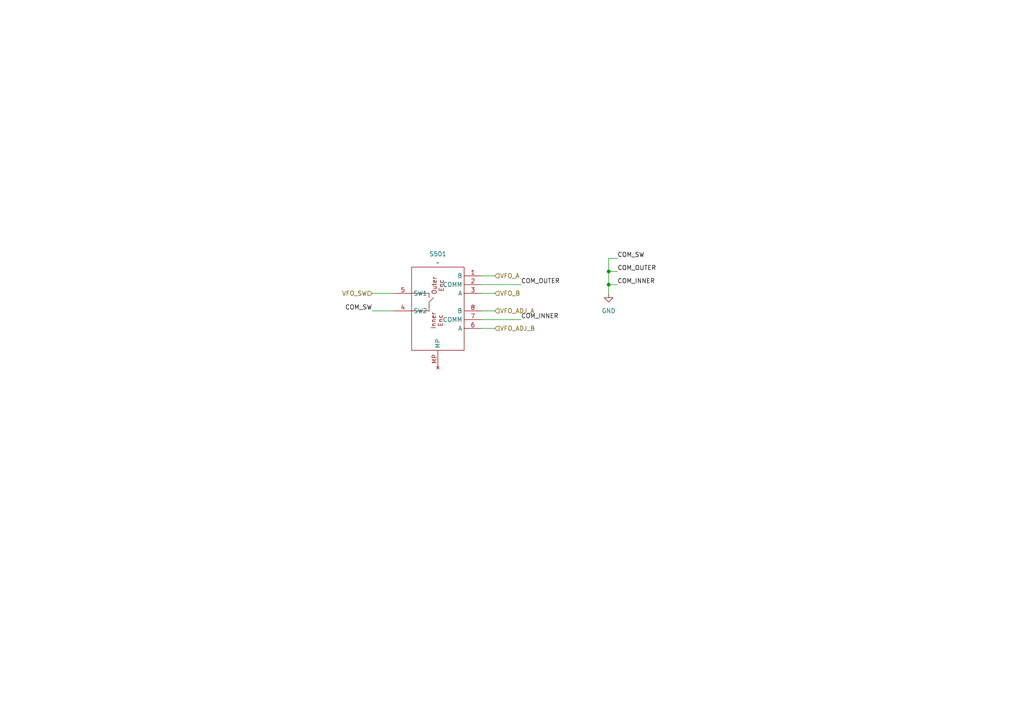
<source format=kicad_sch>
(kicad_sch (version 20250114) (generator "eeschema") (generator_version "9.0")
  (paper "A4")
  (lib_symbols
    (symbol "BVH_Switches_Inputs:Rotary_Encoder_Dual_Axis_Switch"
      (property "Reference" "S" (at 0 11.176 0))
      (symbol "Rotary_Encoder_Dual_Axis_Switch_0_1"
        (rectangle (start -7.62 10.16) (end 7.62 -13.97))
        (polyline (pts (xy -7.62 2.54) (xy -2.54 2.54)))
        (polyline (pts (xy -7.62 -2.54) (xy -2.54 -2.54)))
        (polyline (pts (xy -2.54 2.54) (xy -2.54 1.27)))
        (polyline (pts (xy -2.54 -2.54) (xy -2.54 0) (xy -1.27 1.27)))
      )
      (symbol "Rotary_Encoder_Dual_Axis_Switch_1_1"
        (text "Inner\nEnc" (at -0.254 -5.334 900) (effects (font (size 1.27 1.27))))
        (text "Outer\nEnc" (at 0 4.826 900) (effects (font (size 1.27 1.27))))
        (pin input line (at -12.7 2.54 0) (length 5.08) (name "SW1") (number "5"))
        (pin input line (at -12.7 2.54 0) (length 5.08) (hide yes) (name "SW1") (number "5"))
        (pin input line (at -12.7 -2.54 0) (length 5.08) (name "SW2") (number "4"))
        (pin no_connect line (at 0 -19.05 90) (length 5.08) (name "MP") (number "MP"))
        (pin input line (at 12.7 7.62 180) (length 5.08) (name "B") (number "1"))
        (pin input line (at 12.7 5.08 180) (length 5.08) (name "COMM") (number "2"))
        (pin input line (at 12.7 2.54 180) (length 5.08) (name "A") (number "3"))
        (pin input line (at 12.7 -2.54 180) (length 5.08) (name "B") (number "8"))
        (pin input line (at 12.7 -5.08 180) (length 5.08) (name "COMM") (number "7"))
        (pin input line (at 12.7 -7.62 180) (length 5.08) (name "A") (number "6"))
      )
    )
    (symbol "power:GND" (power) (pin_numbers (hide yes)) (pin_names (offset 0) (hide yes))
      (property "Value" "GND" (at 0 -3.81 0))
      (symbol "GND_0_1"
        (polyline (pts (xy 0 0) (xy 0 -1.27) (xy 1.27 -1.27) (xy 0 -2.54) (xy -1.27 -1.27) (xy 0 -1.27)))
      )
      (symbol "GND_1_1"
        (pin power_in line (at 0 0 270) (length 0) (name "~") (number "1"))
      )
    )
  )
  (junction (at 176.53 78.74))
  (junction (at 176.53 82.55))
  (wire (pts (xy 176.53 82.55) (xy 179.07 82.55)))
  (wire (pts (xy 139.7 85.09) (xy 143.51 85.09)))
  (wire (pts (xy 176.53 78.74) (xy 176.53 82.55)))
  (wire (pts (xy 139.7 80.01) (xy 143.51 80.01)))
  (wire (pts (xy 139.7 95.25) (xy 143.51 95.25)))
  (wire (pts (xy 176.53 74.93) (xy 176.53 78.74)))
  (wire (pts (xy 139.7 92.71) (xy 151.13 92.71)))
  (wire (pts (xy 139.7 90.17) (xy 143.51 90.17)))
  (wire (pts (xy 176.53 82.55) (xy 176.53 85.09)))
  (wire (pts (xy 139.7 82.55) (xy 151.13 82.55)))
  (wire (pts (xy 107.95 90.17) (xy 114.3 90.17)))
  (wire (pts (xy 176.53 74.93) (xy 179.07 74.93)))
  (wire (pts (xy 107.95 85.09) (xy 114.3 85.09)))
  (wire (pts (xy 179.07 78.74) (xy 176.53 78.74)))
  (label "COM_INNER" (at 179.07 82.55 0))
  (label "COM_INNER" (at 151.13 92.71 0))
  (label "COM_SW" (at 107.95 90.17 180))
  (label "COM_OUTER" (at 151.13 82.55 0))
  (label "COM_SW" (at 179.07 74.93 0))
  (label "COM_OUTER" (at 179.07 78.74 0))
  (hierarchical_label "VFO_A" (shape input) (at 143.51 80.01 0))
  (hierarchical_label "VFO_ADJ_A" (shape input) (at 143.51 90.17 0))
  (hierarchical_label "VFO_B" (shape input) (at 143.51 85.09 0))
  (hierarchical_label "VFO_ADJ_B" (shape input) (at 143.51 95.25 0))
  (hierarchical_label "VFO_SW" (shape input) (at 107.95 85.09 180))
  (symbol (lib_id "BVH_Switches_Inputs:Rotary_Encoder_Dual_Axis_Switch") (at 127 87.63 0) (unit 1)
    (property "Reference" "S501" (at 127 73.66 0))
    (property "Value" "~" (at 127 76.2 0))
    (property "Footprint" "BVH_Switches:Alps_EC11E_Dual_Shaft_Rotary_Encoder_With_Switch" (effects (hide yes)))
  )
  (symbol (lib_id "power:GND") (at 176.53 85.09 0) (unit 1)
    (property "Reference" "#PWR0501" (effects (hide yes)))
    (property "Value" "GND" (at 176.53 90.17 0))
    (property "Description" "Power symbol creates a global label with name \"GND\" , ground" (effects (hide yes)))
  )
)
</source>
